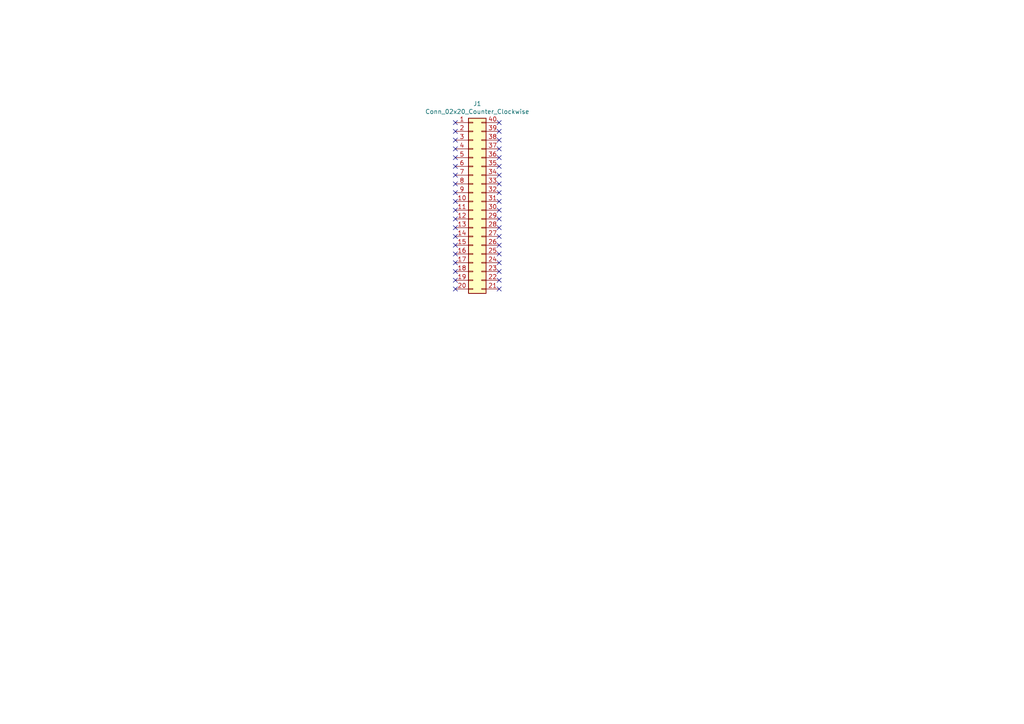
<source format=kicad_sch>
(kicad_sch (version 20201015) (generator eeschema)
  (paper "A4")
  (lib_symbols
    (symbol "Connector_Generic:Conn_02x20_Counter_Clockwise" (pin_names (offset 1.016) hide)
      (property "Reference" "J" (at 1.27 25.4 0))
      (property "Value" "Conn_02x20_Counter_Clockwise" (at 1.27 -27.94 0))
      (symbol "Conn_02x20_Counter_Clockwise_1_1"
        (rectangle (start -1.27 -4.953) (end 0 -5.207) (stroke (width 0.1524)))
        (rectangle (start -1.27 -7.493) (end 0 -7.747) (stroke (width 0.1524)))
        (rectangle (start -1.27 -10.033) (end 0 -10.287) (stroke (width 0.1524)))
        (rectangle (start -1.27 -12.573) (end 0 -12.827) (stroke (width 0.1524)))
        (rectangle (start -1.27 -15.113) (end 0 -15.367) (stroke (width 0.1524)))
        (rectangle (start -1.27 -17.653) (end 0 -17.907) (stroke (width 0.1524)))
        (rectangle (start -1.27 -20.193) (end 0 -20.447) (stroke (width 0.1524)))
        (rectangle (start -1.27 -22.733) (end 0 -22.987) (stroke (width 0.1524)))
        (rectangle (start -1.27 -2.413) (end 0 -2.667) (stroke (width 0.1524)))
        (rectangle (start -1.27 -25.273) (end 0 -25.527) (stroke (width 0.1524)))
        (rectangle (start -1.27 2.667) (end 0 2.413) (stroke (width 0.1524)))
        (rectangle (start -1.27 5.207) (end 0 4.953) (stroke (width 0.1524)))
        (rectangle (start -1.27 7.747) (end 0 7.493) (stroke (width 0.1524)))
        (rectangle (start -1.27 10.287) (end 0 10.033) (stroke (width 0.1524)))
        (rectangle (start -1.27 0.127) (end 0 -0.127) (stroke (width 0.1524)))
        (rectangle (start -1.27 12.827) (end 0 12.573) (stroke (width 0.1524)))
        (rectangle (start -1.27 15.367) (end 0 15.113) (stroke (width 0.1524)))
        (rectangle (start -1.27 17.907) (end 0 17.653) (stroke (width 0.1524)))
        (rectangle (start -1.27 20.447) (end 0 20.193) (stroke (width 0.1524)))
        (rectangle (start -1.27 22.987) (end 0 22.733) (stroke (width 0.1524)))
        (rectangle (start -1.27 24.13) (end 3.81 -26.67) (stroke (width 0.254)) (fill (type background)))
        (rectangle (start 3.81 -4.953) (end 2.54 -5.207) (stroke (width 0.1524)))
        (rectangle (start 3.81 -7.493) (end 2.54 -7.747) (stroke (width 0.1524)))
        (rectangle (start 3.81 -10.033) (end 2.54 -10.287) (stroke (width 0.1524)))
        (rectangle (start 3.81 -12.573) (end 2.54 -12.827) (stroke (width 0.1524)))
        (rectangle (start 3.81 -15.113) (end 2.54 -15.367) (stroke (width 0.1524)))
        (rectangle (start 3.81 -17.653) (end 2.54 -17.907) (stroke (width 0.1524)))
        (rectangle (start 3.81 -20.193) (end 2.54 -20.447) (stroke (width 0.1524)))
        (rectangle (start 3.81 -22.733) (end 2.54 -22.987) (stroke (width 0.1524)))
        (rectangle (start 3.81 -2.413) (end 2.54 -2.667) (stroke (width 0.1524)))
        (rectangle (start 3.81 -25.273) (end 2.54 -25.527) (stroke (width 0.1524)))
        (rectangle (start 3.81 2.667) (end 2.54 2.413) (stroke (width 0.1524)))
        (rectangle (start 3.81 5.207) (end 2.54 4.953) (stroke (width 0.1524)))
        (rectangle (start 3.81 7.747) (end 2.54 7.493) (stroke (width 0.1524)))
        (rectangle (start 3.81 10.287) (end 2.54 10.033) (stroke (width 0.1524)))
        (rectangle (start 3.81 0.127) (end 2.54 -0.127) (stroke (width 0.1524)))
        (rectangle (start 3.81 12.827) (end 2.54 12.573) (stroke (width 0.1524)))
        (rectangle (start 3.81 15.367) (end 2.54 15.113) (stroke (width 0.1524)))
        (rectangle (start 3.81 17.907) (end 2.54 17.653) (stroke (width 0.1524)))
        (rectangle (start 3.81 20.447) (end 2.54 20.193) (stroke (width 0.1524)))
        (rectangle (start 3.81 22.987) (end 2.54 22.733) (stroke (width 0.1524)))
        (pin passive line (at -5.08 22.86 0) (length 3.81) (name "Pin_1") (number "1"))
        (pin passive line (at -5.08 0 0) (length 3.81) (name "Pin_10") (number "10"))
        (pin passive line (at -5.08 -2.54 0) (length 3.81) (name "Pin_11") (number "11"))
        (pin passive line (at -5.08 -5.08 0) (length 3.81) (name "Pin_12") (number "12"))
        (pin passive line (at -5.08 -7.62 0) (length 3.81) (name "Pin_13") (number "13"))
        (pin passive line (at -5.08 -10.16 0) (length 3.81) (name "Pin_14") (number "14"))
        (pin passive line (at -5.08 -12.7 0) (length 3.81) (name "Pin_15") (number "15"))
        (pin passive line (at -5.08 -15.24 0) (length 3.81) (name "Pin_16") (number "16"))
        (pin passive line (at -5.08 -17.78 0) (length 3.81) (name "Pin_17") (number "17"))
        (pin passive line (at -5.08 -20.32 0) (length 3.81) (name "Pin_18") (number "18"))
        (pin passive line (at -5.08 -22.86 0) (length 3.81) (name "Pin_19") (number "19"))
        (pin passive line (at -5.08 20.32 0) (length 3.81) (name "Pin_2") (number "2"))
        (pin passive line (at -5.08 -25.4 0) (length 3.81) (name "Pin_20") (number "20"))
        (pin passive line (at 7.62 -25.4 180) (length 3.81) (name "Pin_21") (number "21"))
        (pin passive line (at 7.62 -22.86 180) (length 3.81) (name "Pin_22") (number "22"))
        (pin passive line (at 7.62 -20.32 180) (length 3.81) (name "Pin_23") (number "23"))
        (pin passive line (at 7.62 -17.78 180) (length 3.81) (name "Pin_24") (number "24"))
        (pin passive line (at 7.62 -15.24 180) (length 3.81) (name "Pin_25") (number "25"))
        (pin passive line (at 7.62 -12.7 180) (length 3.81) (name "Pin_26") (number "26"))
        (pin passive line (at 7.62 -10.16 180) (length 3.81) (name "Pin_27") (number "27"))
        (pin passive line (at 7.62 -7.62 180) (length 3.81) (name "Pin_28") (number "28"))
        (pin passive line (at 7.62 -5.08 180) (length 3.81) (name "Pin_29") (number "29"))
        (pin passive line (at -5.08 17.78 0) (length 3.81) (name "Pin_3") (number "3"))
        (pin passive line (at 7.62 -2.54 180) (length 3.81) (name "Pin_30") (number "30"))
        (pin passive line (at 7.62 0 180) (length 3.81) (name "Pin_31") (number "31"))
        (pin passive line (at 7.62 2.54 180) (length 3.81) (name "Pin_32") (number "32"))
        (pin passive line (at 7.62 5.08 180) (length 3.81) (name "Pin_33") (number "33"))
        (pin passive line (at 7.62 7.62 180) (length 3.81) (name "Pin_34") (number "34"))
        (pin passive line (at 7.62 10.16 180) (length 3.81) (name "Pin_35") (number "35"))
        (pin passive line (at 7.62 12.7 180) (length 3.81) (name "Pin_36") (number "36"))
        (pin passive line (at 7.62 15.24 180) (length 3.81) (name "Pin_37") (number "37"))
        (pin passive line (at 7.62 17.78 180) (length 3.81) (name "Pin_38") (number "38"))
        (pin passive line (at 7.62 20.32 180) (length 3.81) (name "Pin_39") (number "39"))
        (pin passive line (at -5.08 15.24 0) (length 3.81) (name "Pin_4") (number "4"))
        (pin passive line (at 7.62 22.86 180) (length 3.81) (name "Pin_40") (number "40"))
        (pin passive line (at -5.08 12.7 0) (length 3.81) (name "Pin_5") (number "5"))
        (pin passive line (at -5.08 10.16 0) (length 3.81) (name "Pin_6") (number "6"))
        (pin passive line (at -5.08 7.62 0) (length 3.81) (name "Pin_7") (number "7"))
        (pin passive line (at -5.08 5.08 0) (length 3.81) (name "Pin_8") (number "8"))
        (pin passive line (at -5.08 2.54 0) (length 3.81) (name "Pin_9") (number "9"))
      )
    )
  )
  (no_connect (at 132.08 55.88))
  (no_connect (at 144.78 78.74))
  (no_connect (at 144.78 83.82))
  (no_connect (at 144.78 68.58))
  (no_connect (at 144.78 48.26))
  (no_connect (at 132.08 38.1))
  (no_connect (at 144.78 81.28))
  (no_connect (at 144.78 45.72))
  (no_connect (at 144.78 71.12))
  (no_connect (at 132.08 83.82))
  (no_connect (at 132.08 63.5))
  (no_connect (at 132.08 50.8))
  (no_connect (at 132.08 81.28))
  (no_connect (at 144.78 55.88))
  (no_connect (at 132.08 45.72))
  (no_connect (at 144.78 43.18))
  (no_connect (at 144.78 38.1))
  (no_connect (at 132.08 76.2))
  (no_connect (at 132.08 53.34))
  (no_connect (at 132.08 40.64))
  (no_connect (at 144.78 76.2))
  (no_connect (at 132.08 60.96))
  (no_connect (at 144.78 58.42))
  (no_connect (at 144.78 63.5))
  (no_connect (at 144.78 50.8))
  (no_connect (at 132.08 66.04))
  (no_connect (at 132.08 48.26))
  (no_connect (at 144.78 60.96))
  (no_connect (at 132.08 73.66))
  (no_connect (at 144.78 53.34))
  (no_connect (at 132.08 71.12))
  (no_connect (at 132.08 78.74))
  (no_connect (at 144.78 66.04))
  (no_connect (at 132.08 68.58))
  (no_connect (at 144.78 73.66))
  (no_connect (at 144.78 35.56))
  (no_connect (at 132.08 43.18))
  (no_connect (at 132.08 35.56))
  (no_connect (at 132.08 58.42))
  (no_connect (at 144.78 40.64))
  (symbol (lib_id "Connector_Generic:Conn_02x20_Counter_Clockwise") (at 137.16 58.42 0) (unit 1)
    (property "Reference" "J1" (at 138.43 30.0798 0))
    (property "Value" "Conn_02x20_Counter_Clockwise" (at 138.43 32.3785 0))
    (property "Footprint" "Connector_PinHeader_2.54mm:PinHeader_2x20_P2.54mm_Horizontal" (effects hide))
  )
)
</source>
